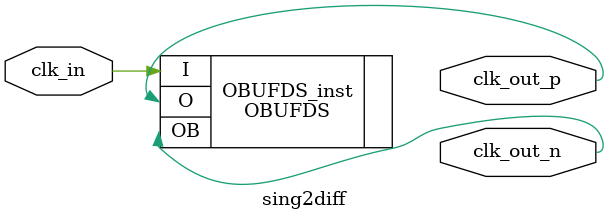
<source format=v>
`timescale 1ns / 1ps


module sing2diff(
    input clk_in,
    output clk_out_p,
    output clk_out_n
    );


// primitive output LVDS clock
        OBUFDS #(
          .IOSTANDARD("LVDS25"), // Specify the output I/O standard
          .SLEW("SLOW")           // Specify the output slew rate
        ) 
        OBUFDS_inst (
          .O(clk_out_p),     // Diff_p output (connect directly to top-level port)
          .OB(clk_out_n),   // Diff_n output (connect directly to top-level port)
          .I(clk_in)      // Buffer input 
        );

endmodule

</source>
